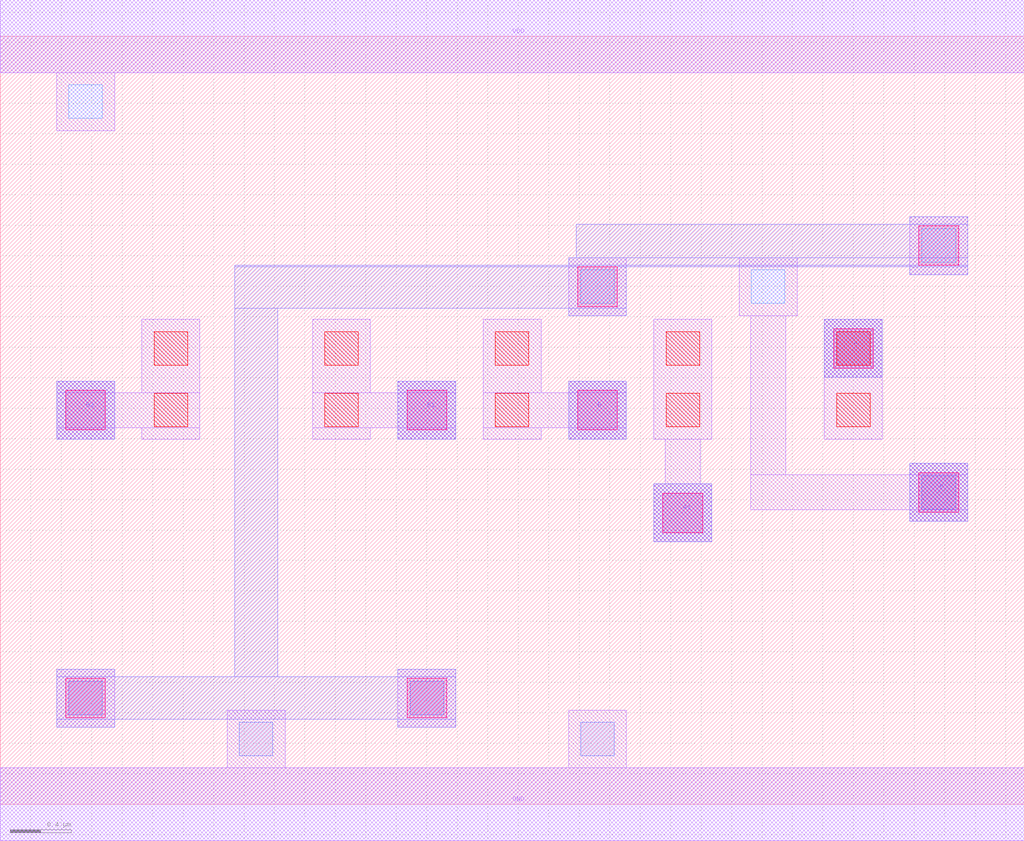
<source format=lef>
MACRO AOI23
 CLASS CORE ;
 FOREIGN AOI23 0 0 ;
 SIZE 6.72 BY 5.04 ;
 ORIGIN 0 0 ;
 SYMMETRY X Y R90 ;
 SITE unit ;
  PIN VDD
   DIRECTION INOUT ;
   USE POWER ;
   SHAPE ABUTMENT ;
    PORT
     CLASS CORE ;
       LAYER met1 ;
        RECT 0.00000000 4.80000000 6.72000000 5.28000000 ;
    END
  END VDD

  PIN GND
   DIRECTION INOUT ;
   USE POWER ;
   SHAPE ABUTMENT ;
    PORT
     CLASS CORE ;
       LAYER met1 ;
        RECT 0.00000000 -0.24000000 6.72000000 0.24000000 ;
    END
  END GND

  PIN Y
   DIRECTION INOUT ;
   USE SIGNAL ;
   SHAPE ABUTMENT ;
    PORT
     CLASS CORE ;
       LAYER met2 ;
        RECT 5.97000000 1.85700000 6.35000000 2.23700000 ;
    END
  END Y

  PIN A
   DIRECTION INOUT ;
   USE SIGNAL ;
   SHAPE ABUTMENT ;
    PORT
     CLASS CORE ;
       LAYER met2 ;
        RECT 5.41000000 2.80200000 5.79000000 3.18200000 ;
    END
  END A

  PIN B1
   DIRECTION INOUT ;
   USE SIGNAL ;
   SHAPE ABUTMENT ;
    PORT
     CLASS CORE ;
       LAYER met2 ;
        RECT 2.61000000 2.39700000 2.99000000 2.77700000 ;
    END
  END B1

  PIN A1
   DIRECTION INOUT ;
   USE SIGNAL ;
   SHAPE ABUTMENT ;
    PORT
     CLASS CORE ;
       LAYER met2 ;
        RECT 4.29000000 1.72200000 4.67000000 2.10200000 ;
    END
  END A1

  PIN B
   DIRECTION INOUT ;
   USE SIGNAL ;
   SHAPE ABUTMENT ;
    PORT
     CLASS CORE ;
       LAYER met2 ;
        RECT 3.73000000 2.39700000 4.11000000 2.77700000 ;
    END
  END B

  PIN B2
   DIRECTION INOUT ;
   USE SIGNAL ;
   SHAPE ABUTMENT ;
    PORT
     CLASS CORE ;
       LAYER met2 ;
        RECT 0.37000000 2.39700000 0.75000000 2.77700000 ;
    END
  END B2

 OBS
    LAYER polycont ;
     RECT 1.01000000 2.47700000 1.23000000 2.69700000 ;
     RECT 2.13000000 2.47700000 2.35000000 2.69700000 ;
     RECT 3.25000000 2.47700000 3.47000000 2.69700000 ;
     RECT 4.37000000 2.47700000 4.59000000 2.69700000 ;
     RECT 5.49000000 2.47700000 5.71000000 2.69700000 ;
     RECT 1.01000000 2.88200000 1.23000000 3.10200000 ;
     RECT 2.13000000 2.88200000 2.35000000 3.10200000 ;
     RECT 3.25000000 2.88200000 3.47000000 3.10200000 ;
     RECT 4.37000000 2.88200000 4.59000000 3.10200000 ;
     RECT 5.49000000 2.88200000 5.71000000 3.10200000 ;

    LAYER pdiffc ;
     RECT 3.81000000 3.28700000 4.03000000 3.50700000 ;
     RECT 4.93000000 3.28700000 5.15000000 3.50700000 ;
     RECT 6.05000000 3.55700000 6.27000000 3.77700000 ;
     RECT 0.45000000 4.50200000 0.67000000 4.72200000 ;

    LAYER ndiffc ;
     RECT 1.57000000 0.31700000 1.79000000 0.53700000 ;
     RECT 3.81000000 0.31700000 4.03000000 0.53700000 ;
     RECT 0.45000000 0.58700000 0.67000000 0.80700000 ;
     RECT 2.69000000 0.58700000 2.91000000 0.80700000 ;
     RECT 6.05000000 1.93700000 6.27000000 2.15700000 ;

    LAYER met1 ;
     RECT 0.00000000 -0.24000000 6.72000000 0.24000000 ;
     RECT 1.49000000 0.24000000 1.87000000 0.61700000 ;
     RECT 3.73000000 0.24000000 4.11000000 0.61700000 ;
     RECT 0.37000000 0.50700000 0.75000000 0.88700000 ;
     RECT 2.61000000 0.50700000 2.99000000 0.88700000 ;
     RECT 0.37000000 2.39700000 0.75000000 2.47200000 ;
     RECT 0.93000000 2.39700000 1.31000000 2.47200000 ;
     RECT 0.37000000 2.47200000 1.31000000 2.70200000 ;
     RECT 0.37000000 2.70200000 0.75000000 2.77700000 ;
     RECT 0.93000000 2.70200000 1.31000000 3.18200000 ;
     RECT 2.05000000 2.39700000 2.43000000 2.47200000 ;
     RECT 2.61000000 2.39700000 2.99000000 2.47200000 ;
     RECT 2.05000000 2.47200000 2.99000000 2.70200000 ;
     RECT 2.61000000 2.70200000 2.99000000 2.77700000 ;
     RECT 2.05000000 2.70200000 2.43000000 3.18200000 ;
     RECT 3.17000000 2.39700000 3.55000000 2.47200000 ;
     RECT 3.73000000 2.39700000 4.11000000 2.47200000 ;
     RECT 3.17000000 2.47200000 4.11000000 2.70200000 ;
     RECT 3.73000000 2.70200000 4.11000000 2.77700000 ;
     RECT 3.17000000 2.70200000 3.55000000 3.18200000 ;
     RECT 4.29000000 1.72200000 4.67000000 2.10200000 ;
     RECT 4.36500000 2.10200000 4.59500000 2.39700000 ;
     RECT 4.29000000 2.39700000 4.67000000 3.18200000 ;
     RECT 5.41000000 2.39700000 5.79000000 3.18200000 ;
     RECT 3.73000000 3.20700000 4.11000000 3.58700000 ;
     RECT 5.97000000 1.85700000 6.35000000 1.93200000 ;
     RECT 4.92500000 1.93200000 6.35000000 2.16200000 ;
     RECT 5.97000000 2.16200000 6.35000000 2.23700000 ;
     RECT 4.92500000 2.16200000 5.15500000 3.20700000 ;
     RECT 4.85000000 3.20700000 5.23000000 3.58700000 ;
     RECT 5.97000000 3.47700000 6.35000000 3.85700000 ;
     RECT 0.37000000 4.42200000 0.75000000 4.80000000 ;
     RECT 0.00000000 4.80000000 6.72000000 5.28000000 ;

    LAYER via1 ;
     RECT 0.43000000 0.56700000 0.69000000 0.82700000 ;
     RECT 2.67000000 0.56700000 2.93000000 0.82700000 ;
     RECT 4.35000000 1.78200000 4.61000000 2.04200000 ;
     RECT 6.03000000 1.91700000 6.29000000 2.17700000 ;
     RECT 0.43000000 2.45700000 0.69000000 2.71700000 ;
     RECT 2.67000000 2.45700000 2.93000000 2.71700000 ;
     RECT 3.79000000 2.45700000 4.05000000 2.71700000 ;
     RECT 5.47000000 2.86200000 5.73000000 3.12200000 ;
     RECT 3.79000000 3.26700000 4.05000000 3.52700000 ;
     RECT 6.03000000 3.53700000 6.29000000 3.79700000 ;

    LAYER met2 ;
     RECT 4.29000000 1.72200000 4.67000000 2.10200000 ;
     RECT 5.97000000 1.85700000 6.35000000 2.23700000 ;
     RECT 0.37000000 2.39700000 0.75000000 2.77700000 ;
     RECT 2.61000000 2.39700000 2.99000000 2.77700000 ;
     RECT 3.73000000 2.39700000 4.11000000 2.77700000 ;
     RECT 5.41000000 2.80200000 5.79000000 3.18200000 ;
     RECT 0.37000000 0.50700000 0.75000000 0.55700000 ;
     RECT 2.61000000 0.50700000 2.99000000 0.55700000 ;
     RECT 0.37000000 0.55700000 2.99000000 0.83700000 ;
     RECT 0.37000000 0.83700000 0.75000000 0.88700000 ;
     RECT 2.61000000 0.83700000 2.99000000 0.88700000 ;
     RECT 1.54000000 0.83700000 1.82000000 3.25700000 ;
     RECT 3.73000000 3.20700000 4.11000000 3.25700000 ;
     RECT 1.54000000 3.25700000 4.11000000 3.52700000 ;
     RECT 5.97000000 3.47700000 6.35000000 3.52700000 ;
     RECT 1.54000000 3.52700000 6.35000000 3.53700000 ;
     RECT 3.73000000 3.53700000 6.35000000 3.58700000 ;
     RECT 3.78000000 3.58700000 6.35000000 3.80700000 ;
     RECT 5.97000000 3.80700000 6.35000000 3.85700000 ;

 END
END AOI23

</source>
